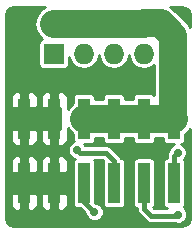
<source format=gbl>
G04 #@! TF.FileFunction,Copper,L2,Bot,Signal*
%FSLAX46Y46*%
G04 Gerber Fmt 4.6, Leading zero omitted, Abs format (unit mm)*
G04 Created by KiCad (PCBNEW 4.0.2-stable) date 16.05.2016 20:37:56*
%MOMM*%
G01*
G04 APERTURE LIST*
%ADD10C,0.100000*%
%ADD11R,1.727200X1.727200*%
%ADD12O,1.727200X1.727200*%
%ADD13C,0.500000*%
%ADD14R,1.020000X3.450000*%
%ADD15C,0.700000*%
%ADD16C,2.400000*%
%ADD17C,0.400000*%
%ADD18C,0.254000*%
G04 APERTURE END LIST*
D10*
D11*
X134250000Y-98200000D03*
D12*
X134250000Y-95660000D03*
X136790000Y-98200000D03*
X136790000Y-95660000D03*
X139330000Y-98200000D03*
X139330000Y-95660000D03*
X141870000Y-98200000D03*
X141870000Y-95660000D03*
D13*
X130800000Y-104080000D03*
X130800000Y-108720000D03*
X139200000Y-112200000D03*
X145200000Y-94800000D03*
X132000000Y-94800000D03*
X130800000Y-112200000D03*
X130800000Y-106400000D03*
X130800000Y-100600000D03*
X130800000Y-99440000D03*
X130800000Y-98280000D03*
X130800000Y-97120000D03*
X130800000Y-95960000D03*
D14*
X136830000Y-103675000D03*
X136830000Y-109125000D03*
X139370000Y-103675000D03*
X139370000Y-109125000D03*
X144450000Y-109125000D03*
X144450000Y-103675000D03*
X141910000Y-109125000D03*
X141910000Y-103675000D03*
X134290000Y-103675000D03*
X134290000Y-109125000D03*
X131750000Y-103675000D03*
X131750000Y-109125000D03*
D13*
X130800000Y-94800000D03*
D15*
X144750000Y-106550000D03*
X136250000Y-106325000D03*
X144800000Y-111800000D03*
X137700000Y-111600000D03*
D16*
X141930000Y-95600000D02*
X143300000Y-95600000D01*
X144350000Y-96650000D02*
X144350000Y-103575000D01*
X143300000Y-95600000D02*
X144350000Y-96650000D01*
X139370000Y-103675000D02*
X141910000Y-103675000D01*
X136830000Y-103675000D02*
X139370000Y-103675000D01*
X141910000Y-103675000D02*
X144450000Y-103675000D01*
X134250000Y-95660000D02*
X136790000Y-95660000D01*
X136790000Y-95660000D02*
X139330000Y-95660000D01*
X139330000Y-95660000D02*
X141870000Y-95660000D01*
X141870000Y-95660000D02*
X141930000Y-95600000D01*
X144350000Y-103575000D02*
X144450000Y-103675000D01*
D17*
X144450000Y-109125000D02*
X144450000Y-106850000D01*
X144450000Y-106850000D02*
X144750000Y-106550000D01*
X138675000Y-106550000D02*
X139370000Y-107245000D01*
X139370000Y-107245000D02*
X139370000Y-109125000D01*
X139370000Y-107770000D02*
X139370000Y-109125000D01*
X136250000Y-106325000D02*
X136475000Y-106550000D01*
X136475000Y-106550000D02*
X138675000Y-106550000D01*
X144800000Y-111800000D02*
X144700000Y-111900000D01*
X144700000Y-111900000D02*
X142500000Y-111900000D01*
X142500000Y-111900000D02*
X141910000Y-111310000D01*
X141910000Y-109125000D02*
X141910000Y-111310000D01*
X137700000Y-111600000D02*
X136830000Y-110730000D01*
X136830000Y-110730000D02*
X136830000Y-109125000D01*
D18*
G36*
X133099537Y-94509537D02*
X132746848Y-95037374D01*
X132623000Y-95660000D01*
X132746848Y-96282626D01*
X133099537Y-96810463D01*
X133268335Y-96923250D01*
X133228163Y-96930809D01*
X133082833Y-97024327D01*
X132985336Y-97167019D01*
X132951035Y-97336400D01*
X132951035Y-99063600D01*
X132980809Y-99221837D01*
X133074327Y-99367167D01*
X133217019Y-99464664D01*
X133386400Y-99498965D01*
X135113600Y-99498965D01*
X135271837Y-99469191D01*
X135417167Y-99375673D01*
X135514664Y-99232981D01*
X135548965Y-99063600D01*
X135548965Y-98474464D01*
X135597641Y-98719175D01*
X135877408Y-99137876D01*
X136296109Y-99417643D01*
X136790000Y-99515884D01*
X137283891Y-99417643D01*
X137702592Y-99137876D01*
X137982359Y-98719175D01*
X138060000Y-98328847D01*
X138137641Y-98719175D01*
X138417408Y-99137876D01*
X138836109Y-99417643D01*
X139330000Y-99515884D01*
X139823891Y-99417643D01*
X140242592Y-99137876D01*
X140522359Y-98719175D01*
X140600000Y-98328847D01*
X140677641Y-98719175D01*
X140957408Y-99137876D01*
X141376109Y-99417643D01*
X141870000Y-99515884D01*
X142363891Y-99417643D01*
X142723000Y-99177694D01*
X142723000Y-101640234D01*
X142589381Y-101548936D01*
X142420000Y-101514635D01*
X141400000Y-101514635D01*
X141241763Y-101544409D01*
X141096433Y-101637927D01*
X140998936Y-101780619D01*
X140964635Y-101950000D01*
X140964635Y-102048000D01*
X140315365Y-102048000D01*
X140315365Y-101950000D01*
X140285591Y-101791763D01*
X140192073Y-101646433D01*
X140049381Y-101548936D01*
X139880000Y-101514635D01*
X138860000Y-101514635D01*
X138701763Y-101544409D01*
X138556433Y-101637927D01*
X138458936Y-101780619D01*
X138424635Y-101950000D01*
X138424635Y-102048000D01*
X137775365Y-102048000D01*
X137775365Y-101950000D01*
X137745591Y-101791763D01*
X137652073Y-101646433D01*
X137509381Y-101548936D01*
X137340000Y-101514635D01*
X136320000Y-101514635D01*
X136161763Y-101544409D01*
X136016433Y-101637927D01*
X135918936Y-101780619D01*
X135884635Y-101950000D01*
X135884635Y-102387495D01*
X135679537Y-102524537D01*
X135435000Y-102890513D01*
X135435000Y-101823690D01*
X135338327Y-101590301D01*
X135159698Y-101411673D01*
X134926309Y-101315000D01*
X134703750Y-101315000D01*
X134545000Y-101473750D01*
X134545000Y-102812500D01*
X134800000Y-102812500D01*
X134800000Y-104537500D01*
X134545000Y-104537500D01*
X134545000Y-105876250D01*
X134703750Y-106035000D01*
X134926309Y-106035000D01*
X135159698Y-105938327D01*
X135338327Y-105759699D01*
X135435000Y-105526310D01*
X135435000Y-104459487D01*
X135679537Y-104825463D01*
X135884635Y-104962505D01*
X135884635Y-105400000D01*
X135914409Y-105558237D01*
X135947304Y-105609357D01*
X135810440Y-105665908D01*
X135591676Y-105884290D01*
X135473135Y-106169767D01*
X135472866Y-106478877D01*
X135590908Y-106764560D01*
X135809290Y-106983324D01*
X136033991Y-107076629D01*
X136016433Y-107087927D01*
X135918936Y-107230619D01*
X135884635Y-107400000D01*
X135884635Y-110850000D01*
X135914409Y-111008237D01*
X136007927Y-111153567D01*
X136150619Y-111251064D01*
X136320000Y-111285365D01*
X136498653Y-111285365D01*
X136922905Y-111709617D01*
X136922866Y-111753877D01*
X137040908Y-112039560D01*
X137259290Y-112258324D01*
X137544767Y-112376865D01*
X137853877Y-112377134D01*
X138139560Y-112259092D01*
X138358324Y-112040710D01*
X138476865Y-111755233D01*
X138477134Y-111446123D01*
X138359092Y-111160440D01*
X138140710Y-110941676D01*
X137855233Y-110823135D01*
X137809807Y-110823095D01*
X137775365Y-110788653D01*
X137775365Y-107400000D01*
X137745591Y-107241763D01*
X137703917Y-107177000D01*
X138415288Y-107177000D01*
X138462983Y-107224695D01*
X138458936Y-107230619D01*
X138424635Y-107400000D01*
X138424635Y-110850000D01*
X138454409Y-111008237D01*
X138547927Y-111153567D01*
X138690619Y-111251064D01*
X138860000Y-111285365D01*
X139880000Y-111285365D01*
X140038237Y-111255591D01*
X140183567Y-111162073D01*
X140281064Y-111019381D01*
X140315365Y-110850000D01*
X140315365Y-107400000D01*
X140285591Y-107241763D01*
X140192073Y-107096433D01*
X140049381Y-106998936D01*
X139928876Y-106974533D01*
X139813356Y-106801644D01*
X139118356Y-106106644D01*
X139086050Y-106085058D01*
X138914943Y-105970728D01*
X138675000Y-105923000D01*
X136924612Y-105923000D01*
X136909092Y-105885440D01*
X136859104Y-105835365D01*
X137340000Y-105835365D01*
X137498237Y-105805591D01*
X137643567Y-105712073D01*
X137741064Y-105569381D01*
X137775365Y-105400000D01*
X137775365Y-105302000D01*
X138424635Y-105302000D01*
X138424635Y-105400000D01*
X138454409Y-105558237D01*
X138547927Y-105703567D01*
X138690619Y-105801064D01*
X138860000Y-105835365D01*
X139880000Y-105835365D01*
X140038237Y-105805591D01*
X140183567Y-105712073D01*
X140281064Y-105569381D01*
X140315365Y-105400000D01*
X140315365Y-105302000D01*
X140964635Y-105302000D01*
X140964635Y-105400000D01*
X140994409Y-105558237D01*
X141087927Y-105703567D01*
X141230619Y-105801064D01*
X141400000Y-105835365D01*
X142420000Y-105835365D01*
X142578237Y-105805591D01*
X142723567Y-105712073D01*
X142821064Y-105569381D01*
X142855365Y-105400000D01*
X142855365Y-105302000D01*
X143504635Y-105302000D01*
X143504635Y-105400000D01*
X143534409Y-105558237D01*
X143627927Y-105703567D01*
X143770619Y-105801064D01*
X143940000Y-105835365D01*
X144444864Y-105835365D01*
X144310440Y-105890908D01*
X144091676Y-106109290D01*
X143973135Y-106394767D01*
X143973081Y-106456875D01*
X143870728Y-106610057D01*
X143823000Y-106850000D01*
X143823000Y-106986650D01*
X143781763Y-106994409D01*
X143636433Y-107087927D01*
X143538936Y-107230619D01*
X143504635Y-107400000D01*
X143504635Y-110850000D01*
X143534409Y-111008237D01*
X143627927Y-111153567D01*
X143770619Y-111251064D01*
X143878941Y-111273000D01*
X142759712Y-111273000D01*
X142678065Y-111191353D01*
X142723567Y-111162073D01*
X142821064Y-111019381D01*
X142855365Y-110850000D01*
X142855365Y-107400000D01*
X142825591Y-107241763D01*
X142732073Y-107096433D01*
X142589381Y-106998936D01*
X142420000Y-106964635D01*
X141400000Y-106964635D01*
X141241763Y-106994409D01*
X141096433Y-107087927D01*
X140998936Y-107230619D01*
X140964635Y-107400000D01*
X140964635Y-110850000D01*
X140994409Y-111008237D01*
X141087927Y-111153567D01*
X141230619Y-111251064D01*
X141283000Y-111261672D01*
X141283000Y-111310000D01*
X141330728Y-111549943D01*
X141466644Y-111753356D01*
X142056644Y-112343356D01*
X142260057Y-112479272D01*
X142500000Y-112527000D01*
X144524679Y-112527000D01*
X144644767Y-112576865D01*
X144953877Y-112577134D01*
X145239560Y-112459092D01*
X145458324Y-112240710D01*
X145576865Y-111955233D01*
X145577134Y-111646123D01*
X145459092Y-111360440D01*
X145262047Y-111163051D01*
X145263567Y-111162073D01*
X145361064Y-111019381D01*
X145395365Y-110850000D01*
X145395365Y-107400000D01*
X145365591Y-107241763D01*
X145283941Y-107114876D01*
X145408324Y-106990710D01*
X145526865Y-106705233D01*
X145527134Y-106396123D01*
X145409092Y-106110440D01*
X145190710Y-105891676D01*
X145025444Y-105823051D01*
X145118237Y-105805591D01*
X145263567Y-105712073D01*
X145361064Y-105569381D01*
X145395365Y-105400000D01*
X145395365Y-104962505D01*
X145600463Y-104825463D01*
X145768000Y-104574726D01*
X145768000Y-112157454D01*
X145716945Y-112414125D01*
X145595652Y-112595652D01*
X145414125Y-112716945D01*
X145157453Y-112768000D01*
X130842546Y-112768000D01*
X130585875Y-112716945D01*
X130404348Y-112595652D01*
X130283055Y-112414125D01*
X130232000Y-112157453D01*
X130232000Y-110146250D01*
X130605000Y-110146250D01*
X130605000Y-110976310D01*
X130701673Y-111209699D01*
X130880302Y-111388327D01*
X131113691Y-111485000D01*
X131336250Y-111485000D01*
X131495000Y-111326250D01*
X131495000Y-109987500D01*
X132005000Y-109987500D01*
X132005000Y-111326250D01*
X132163750Y-111485000D01*
X132386309Y-111485000D01*
X132619698Y-111388327D01*
X132798327Y-111209699D01*
X132895000Y-110976310D01*
X132895000Y-110146250D01*
X133145000Y-110146250D01*
X133145000Y-110976310D01*
X133241673Y-111209699D01*
X133420302Y-111388327D01*
X133653691Y-111485000D01*
X133876250Y-111485000D01*
X134035000Y-111326250D01*
X134035000Y-109987500D01*
X134545000Y-109987500D01*
X134545000Y-111326250D01*
X134703750Y-111485000D01*
X134926309Y-111485000D01*
X135159698Y-111388327D01*
X135338327Y-111209699D01*
X135435000Y-110976310D01*
X135435000Y-110146250D01*
X135276250Y-109987500D01*
X134545000Y-109987500D01*
X134035000Y-109987500D01*
X133303750Y-109987500D01*
X133145000Y-110146250D01*
X132895000Y-110146250D01*
X132736250Y-109987500D01*
X132005000Y-109987500D01*
X131495000Y-109987500D01*
X130763750Y-109987500D01*
X130605000Y-110146250D01*
X130232000Y-110146250D01*
X130232000Y-107273690D01*
X130605000Y-107273690D01*
X130605000Y-108103750D01*
X130763750Y-108262500D01*
X131495000Y-108262500D01*
X131495000Y-106923750D01*
X132005000Y-106923750D01*
X132005000Y-108262500D01*
X132736250Y-108262500D01*
X132895000Y-108103750D01*
X132895000Y-107273690D01*
X133145000Y-107273690D01*
X133145000Y-108103750D01*
X133303750Y-108262500D01*
X134035000Y-108262500D01*
X134035000Y-106923750D01*
X134545000Y-106923750D01*
X134545000Y-108262500D01*
X135276250Y-108262500D01*
X135435000Y-108103750D01*
X135435000Y-107273690D01*
X135338327Y-107040301D01*
X135159698Y-106861673D01*
X134926309Y-106765000D01*
X134703750Y-106765000D01*
X134545000Y-106923750D01*
X134035000Y-106923750D01*
X133876250Y-106765000D01*
X133653691Y-106765000D01*
X133420302Y-106861673D01*
X133241673Y-107040301D01*
X133145000Y-107273690D01*
X132895000Y-107273690D01*
X132798327Y-107040301D01*
X132619698Y-106861673D01*
X132386309Y-106765000D01*
X132163750Y-106765000D01*
X132005000Y-106923750D01*
X131495000Y-106923750D01*
X131336250Y-106765000D01*
X131113691Y-106765000D01*
X130880302Y-106861673D01*
X130701673Y-107040301D01*
X130605000Y-107273690D01*
X130232000Y-107273690D01*
X130232000Y-104696250D01*
X130605000Y-104696250D01*
X130605000Y-105526310D01*
X130701673Y-105759699D01*
X130880302Y-105938327D01*
X131113691Y-106035000D01*
X131336250Y-106035000D01*
X131495000Y-105876250D01*
X131495000Y-104537500D01*
X132005000Y-104537500D01*
X132005000Y-105876250D01*
X132163750Y-106035000D01*
X132386309Y-106035000D01*
X132619698Y-105938327D01*
X132798327Y-105759699D01*
X132895000Y-105526310D01*
X132895000Y-104696250D01*
X133145000Y-104696250D01*
X133145000Y-105526310D01*
X133241673Y-105759699D01*
X133420302Y-105938327D01*
X133653691Y-106035000D01*
X133876250Y-106035000D01*
X134035000Y-105876250D01*
X134035000Y-104537500D01*
X133303750Y-104537500D01*
X133145000Y-104696250D01*
X132895000Y-104696250D01*
X132736250Y-104537500D01*
X132005000Y-104537500D01*
X131495000Y-104537500D01*
X130763750Y-104537500D01*
X130605000Y-104696250D01*
X130232000Y-104696250D01*
X130232000Y-101823690D01*
X130605000Y-101823690D01*
X130605000Y-102653750D01*
X130763750Y-102812500D01*
X131495000Y-102812500D01*
X131495000Y-101473750D01*
X132005000Y-101473750D01*
X132005000Y-102812500D01*
X132736250Y-102812500D01*
X132895000Y-102653750D01*
X132895000Y-101823690D01*
X133145000Y-101823690D01*
X133145000Y-102653750D01*
X133303750Y-102812500D01*
X134035000Y-102812500D01*
X134035000Y-101473750D01*
X133876250Y-101315000D01*
X133653691Y-101315000D01*
X133420302Y-101411673D01*
X133241673Y-101590301D01*
X133145000Y-101823690D01*
X132895000Y-101823690D01*
X132798327Y-101590301D01*
X132619698Y-101411673D01*
X132386309Y-101315000D01*
X132163750Y-101315000D01*
X132005000Y-101473750D01*
X131495000Y-101473750D01*
X131336250Y-101315000D01*
X131113691Y-101315000D01*
X130880302Y-101411673D01*
X130701673Y-101590301D01*
X130605000Y-101823690D01*
X130232000Y-101823690D01*
X130232000Y-94842547D01*
X130283055Y-94585875D01*
X130404348Y-94404348D01*
X130585875Y-94283055D01*
X130842546Y-94232000D01*
X133514901Y-94232000D01*
X133099537Y-94509537D01*
X133099537Y-94509537D01*
G37*
X133099537Y-94509537D02*
X132746848Y-95037374D01*
X132623000Y-95660000D01*
X132746848Y-96282626D01*
X133099537Y-96810463D01*
X133268335Y-96923250D01*
X133228163Y-96930809D01*
X133082833Y-97024327D01*
X132985336Y-97167019D01*
X132951035Y-97336400D01*
X132951035Y-99063600D01*
X132980809Y-99221837D01*
X133074327Y-99367167D01*
X133217019Y-99464664D01*
X133386400Y-99498965D01*
X135113600Y-99498965D01*
X135271837Y-99469191D01*
X135417167Y-99375673D01*
X135514664Y-99232981D01*
X135548965Y-99063600D01*
X135548965Y-98474464D01*
X135597641Y-98719175D01*
X135877408Y-99137876D01*
X136296109Y-99417643D01*
X136790000Y-99515884D01*
X137283891Y-99417643D01*
X137702592Y-99137876D01*
X137982359Y-98719175D01*
X138060000Y-98328847D01*
X138137641Y-98719175D01*
X138417408Y-99137876D01*
X138836109Y-99417643D01*
X139330000Y-99515884D01*
X139823891Y-99417643D01*
X140242592Y-99137876D01*
X140522359Y-98719175D01*
X140600000Y-98328847D01*
X140677641Y-98719175D01*
X140957408Y-99137876D01*
X141376109Y-99417643D01*
X141870000Y-99515884D01*
X142363891Y-99417643D01*
X142723000Y-99177694D01*
X142723000Y-101640234D01*
X142589381Y-101548936D01*
X142420000Y-101514635D01*
X141400000Y-101514635D01*
X141241763Y-101544409D01*
X141096433Y-101637927D01*
X140998936Y-101780619D01*
X140964635Y-101950000D01*
X140964635Y-102048000D01*
X140315365Y-102048000D01*
X140315365Y-101950000D01*
X140285591Y-101791763D01*
X140192073Y-101646433D01*
X140049381Y-101548936D01*
X139880000Y-101514635D01*
X138860000Y-101514635D01*
X138701763Y-101544409D01*
X138556433Y-101637927D01*
X138458936Y-101780619D01*
X138424635Y-101950000D01*
X138424635Y-102048000D01*
X137775365Y-102048000D01*
X137775365Y-101950000D01*
X137745591Y-101791763D01*
X137652073Y-101646433D01*
X137509381Y-101548936D01*
X137340000Y-101514635D01*
X136320000Y-101514635D01*
X136161763Y-101544409D01*
X136016433Y-101637927D01*
X135918936Y-101780619D01*
X135884635Y-101950000D01*
X135884635Y-102387495D01*
X135679537Y-102524537D01*
X135435000Y-102890513D01*
X135435000Y-101823690D01*
X135338327Y-101590301D01*
X135159698Y-101411673D01*
X134926309Y-101315000D01*
X134703750Y-101315000D01*
X134545000Y-101473750D01*
X134545000Y-102812500D01*
X134800000Y-102812500D01*
X134800000Y-104537500D01*
X134545000Y-104537500D01*
X134545000Y-105876250D01*
X134703750Y-106035000D01*
X134926309Y-106035000D01*
X135159698Y-105938327D01*
X135338327Y-105759699D01*
X135435000Y-105526310D01*
X135435000Y-104459487D01*
X135679537Y-104825463D01*
X135884635Y-104962505D01*
X135884635Y-105400000D01*
X135914409Y-105558237D01*
X135947304Y-105609357D01*
X135810440Y-105665908D01*
X135591676Y-105884290D01*
X135473135Y-106169767D01*
X135472866Y-106478877D01*
X135590908Y-106764560D01*
X135809290Y-106983324D01*
X136033991Y-107076629D01*
X136016433Y-107087927D01*
X135918936Y-107230619D01*
X135884635Y-107400000D01*
X135884635Y-110850000D01*
X135914409Y-111008237D01*
X136007927Y-111153567D01*
X136150619Y-111251064D01*
X136320000Y-111285365D01*
X136498653Y-111285365D01*
X136922905Y-111709617D01*
X136922866Y-111753877D01*
X137040908Y-112039560D01*
X137259290Y-112258324D01*
X137544767Y-112376865D01*
X137853877Y-112377134D01*
X138139560Y-112259092D01*
X138358324Y-112040710D01*
X138476865Y-111755233D01*
X138477134Y-111446123D01*
X138359092Y-111160440D01*
X138140710Y-110941676D01*
X137855233Y-110823135D01*
X137809807Y-110823095D01*
X137775365Y-110788653D01*
X137775365Y-107400000D01*
X137745591Y-107241763D01*
X137703917Y-107177000D01*
X138415288Y-107177000D01*
X138462983Y-107224695D01*
X138458936Y-107230619D01*
X138424635Y-107400000D01*
X138424635Y-110850000D01*
X138454409Y-111008237D01*
X138547927Y-111153567D01*
X138690619Y-111251064D01*
X138860000Y-111285365D01*
X139880000Y-111285365D01*
X140038237Y-111255591D01*
X140183567Y-111162073D01*
X140281064Y-111019381D01*
X140315365Y-110850000D01*
X140315365Y-107400000D01*
X140285591Y-107241763D01*
X140192073Y-107096433D01*
X140049381Y-106998936D01*
X139928876Y-106974533D01*
X139813356Y-106801644D01*
X139118356Y-106106644D01*
X139086050Y-106085058D01*
X138914943Y-105970728D01*
X138675000Y-105923000D01*
X136924612Y-105923000D01*
X136909092Y-105885440D01*
X136859104Y-105835365D01*
X137340000Y-105835365D01*
X137498237Y-105805591D01*
X137643567Y-105712073D01*
X137741064Y-105569381D01*
X137775365Y-105400000D01*
X137775365Y-105302000D01*
X138424635Y-105302000D01*
X138424635Y-105400000D01*
X138454409Y-105558237D01*
X138547927Y-105703567D01*
X138690619Y-105801064D01*
X138860000Y-105835365D01*
X139880000Y-105835365D01*
X140038237Y-105805591D01*
X140183567Y-105712073D01*
X140281064Y-105569381D01*
X140315365Y-105400000D01*
X140315365Y-105302000D01*
X140964635Y-105302000D01*
X140964635Y-105400000D01*
X140994409Y-105558237D01*
X141087927Y-105703567D01*
X141230619Y-105801064D01*
X141400000Y-105835365D01*
X142420000Y-105835365D01*
X142578237Y-105805591D01*
X142723567Y-105712073D01*
X142821064Y-105569381D01*
X142855365Y-105400000D01*
X142855365Y-105302000D01*
X143504635Y-105302000D01*
X143504635Y-105400000D01*
X143534409Y-105558237D01*
X143627927Y-105703567D01*
X143770619Y-105801064D01*
X143940000Y-105835365D01*
X144444864Y-105835365D01*
X144310440Y-105890908D01*
X144091676Y-106109290D01*
X143973135Y-106394767D01*
X143973081Y-106456875D01*
X143870728Y-106610057D01*
X143823000Y-106850000D01*
X143823000Y-106986650D01*
X143781763Y-106994409D01*
X143636433Y-107087927D01*
X143538936Y-107230619D01*
X143504635Y-107400000D01*
X143504635Y-110850000D01*
X143534409Y-111008237D01*
X143627927Y-111153567D01*
X143770619Y-111251064D01*
X143878941Y-111273000D01*
X142759712Y-111273000D01*
X142678065Y-111191353D01*
X142723567Y-111162073D01*
X142821064Y-111019381D01*
X142855365Y-110850000D01*
X142855365Y-107400000D01*
X142825591Y-107241763D01*
X142732073Y-107096433D01*
X142589381Y-106998936D01*
X142420000Y-106964635D01*
X141400000Y-106964635D01*
X141241763Y-106994409D01*
X141096433Y-107087927D01*
X140998936Y-107230619D01*
X140964635Y-107400000D01*
X140964635Y-110850000D01*
X140994409Y-111008237D01*
X141087927Y-111153567D01*
X141230619Y-111251064D01*
X141283000Y-111261672D01*
X141283000Y-111310000D01*
X141330728Y-111549943D01*
X141466644Y-111753356D01*
X142056644Y-112343356D01*
X142260057Y-112479272D01*
X142500000Y-112527000D01*
X144524679Y-112527000D01*
X144644767Y-112576865D01*
X144953877Y-112577134D01*
X145239560Y-112459092D01*
X145458324Y-112240710D01*
X145576865Y-111955233D01*
X145577134Y-111646123D01*
X145459092Y-111360440D01*
X145262047Y-111163051D01*
X145263567Y-111162073D01*
X145361064Y-111019381D01*
X145395365Y-110850000D01*
X145395365Y-107400000D01*
X145365591Y-107241763D01*
X145283941Y-107114876D01*
X145408324Y-106990710D01*
X145526865Y-106705233D01*
X145527134Y-106396123D01*
X145409092Y-106110440D01*
X145190710Y-105891676D01*
X145025444Y-105823051D01*
X145118237Y-105805591D01*
X145263567Y-105712073D01*
X145361064Y-105569381D01*
X145395365Y-105400000D01*
X145395365Y-104962505D01*
X145600463Y-104825463D01*
X145768000Y-104574726D01*
X145768000Y-112157454D01*
X145716945Y-112414125D01*
X145595652Y-112595652D01*
X145414125Y-112716945D01*
X145157453Y-112768000D01*
X130842546Y-112768000D01*
X130585875Y-112716945D01*
X130404348Y-112595652D01*
X130283055Y-112414125D01*
X130232000Y-112157453D01*
X130232000Y-110146250D01*
X130605000Y-110146250D01*
X130605000Y-110976310D01*
X130701673Y-111209699D01*
X130880302Y-111388327D01*
X131113691Y-111485000D01*
X131336250Y-111485000D01*
X131495000Y-111326250D01*
X131495000Y-109987500D01*
X132005000Y-109987500D01*
X132005000Y-111326250D01*
X132163750Y-111485000D01*
X132386309Y-111485000D01*
X132619698Y-111388327D01*
X132798327Y-111209699D01*
X132895000Y-110976310D01*
X132895000Y-110146250D01*
X133145000Y-110146250D01*
X133145000Y-110976310D01*
X133241673Y-111209699D01*
X133420302Y-111388327D01*
X133653691Y-111485000D01*
X133876250Y-111485000D01*
X134035000Y-111326250D01*
X134035000Y-109987500D01*
X134545000Y-109987500D01*
X134545000Y-111326250D01*
X134703750Y-111485000D01*
X134926309Y-111485000D01*
X135159698Y-111388327D01*
X135338327Y-111209699D01*
X135435000Y-110976310D01*
X135435000Y-110146250D01*
X135276250Y-109987500D01*
X134545000Y-109987500D01*
X134035000Y-109987500D01*
X133303750Y-109987500D01*
X133145000Y-110146250D01*
X132895000Y-110146250D01*
X132736250Y-109987500D01*
X132005000Y-109987500D01*
X131495000Y-109987500D01*
X130763750Y-109987500D01*
X130605000Y-110146250D01*
X130232000Y-110146250D01*
X130232000Y-107273690D01*
X130605000Y-107273690D01*
X130605000Y-108103750D01*
X130763750Y-108262500D01*
X131495000Y-108262500D01*
X131495000Y-106923750D01*
X132005000Y-106923750D01*
X132005000Y-108262500D01*
X132736250Y-108262500D01*
X132895000Y-108103750D01*
X132895000Y-107273690D01*
X133145000Y-107273690D01*
X133145000Y-108103750D01*
X133303750Y-108262500D01*
X134035000Y-108262500D01*
X134035000Y-106923750D01*
X134545000Y-106923750D01*
X134545000Y-108262500D01*
X135276250Y-108262500D01*
X135435000Y-108103750D01*
X135435000Y-107273690D01*
X135338327Y-107040301D01*
X135159698Y-106861673D01*
X134926309Y-106765000D01*
X134703750Y-106765000D01*
X134545000Y-106923750D01*
X134035000Y-106923750D01*
X133876250Y-106765000D01*
X133653691Y-106765000D01*
X133420302Y-106861673D01*
X133241673Y-107040301D01*
X133145000Y-107273690D01*
X132895000Y-107273690D01*
X132798327Y-107040301D01*
X132619698Y-106861673D01*
X132386309Y-106765000D01*
X132163750Y-106765000D01*
X132005000Y-106923750D01*
X131495000Y-106923750D01*
X131336250Y-106765000D01*
X131113691Y-106765000D01*
X130880302Y-106861673D01*
X130701673Y-107040301D01*
X130605000Y-107273690D01*
X130232000Y-107273690D01*
X130232000Y-104696250D01*
X130605000Y-104696250D01*
X130605000Y-105526310D01*
X130701673Y-105759699D01*
X130880302Y-105938327D01*
X131113691Y-106035000D01*
X131336250Y-106035000D01*
X131495000Y-105876250D01*
X131495000Y-104537500D01*
X132005000Y-104537500D01*
X132005000Y-105876250D01*
X132163750Y-106035000D01*
X132386309Y-106035000D01*
X132619698Y-105938327D01*
X132798327Y-105759699D01*
X132895000Y-105526310D01*
X132895000Y-104696250D01*
X133145000Y-104696250D01*
X133145000Y-105526310D01*
X133241673Y-105759699D01*
X133420302Y-105938327D01*
X133653691Y-106035000D01*
X133876250Y-106035000D01*
X134035000Y-105876250D01*
X134035000Y-104537500D01*
X133303750Y-104537500D01*
X133145000Y-104696250D01*
X132895000Y-104696250D01*
X132736250Y-104537500D01*
X132005000Y-104537500D01*
X131495000Y-104537500D01*
X130763750Y-104537500D01*
X130605000Y-104696250D01*
X130232000Y-104696250D01*
X130232000Y-101823690D01*
X130605000Y-101823690D01*
X130605000Y-102653750D01*
X130763750Y-102812500D01*
X131495000Y-102812500D01*
X131495000Y-101473750D01*
X132005000Y-101473750D01*
X132005000Y-102812500D01*
X132736250Y-102812500D01*
X132895000Y-102653750D01*
X132895000Y-101823690D01*
X133145000Y-101823690D01*
X133145000Y-102653750D01*
X133303750Y-102812500D01*
X134035000Y-102812500D01*
X134035000Y-101473750D01*
X133876250Y-101315000D01*
X133653691Y-101315000D01*
X133420302Y-101411673D01*
X133241673Y-101590301D01*
X133145000Y-101823690D01*
X132895000Y-101823690D01*
X132798327Y-101590301D01*
X132619698Y-101411673D01*
X132386309Y-101315000D01*
X132163750Y-101315000D01*
X132005000Y-101473750D01*
X131495000Y-101473750D01*
X131336250Y-101315000D01*
X131113691Y-101315000D01*
X130880302Y-101411673D01*
X130701673Y-101590301D01*
X130605000Y-101823690D01*
X130232000Y-101823690D01*
X130232000Y-94842547D01*
X130283055Y-94585875D01*
X130404348Y-94404348D01*
X130585875Y-94283055D01*
X130842546Y-94232000D01*
X133514901Y-94232000D01*
X133099537Y-94509537D01*
G36*
X145414125Y-94283055D02*
X145595652Y-94404348D01*
X145716945Y-94585875D01*
X145768000Y-94842546D01*
X145768000Y-95899935D01*
X145500463Y-95499537D01*
X144450463Y-94449537D01*
X144124895Y-94232000D01*
X145157453Y-94232000D01*
X145414125Y-94283055D01*
X145414125Y-94283055D01*
G37*
X145414125Y-94283055D02*
X145595652Y-94404348D01*
X145716945Y-94585875D01*
X145768000Y-94842546D01*
X145768000Y-95899935D01*
X145500463Y-95499537D01*
X144450463Y-94449537D01*
X144124895Y-94232000D01*
X145157453Y-94232000D01*
X145414125Y-94283055D01*
M02*

</source>
